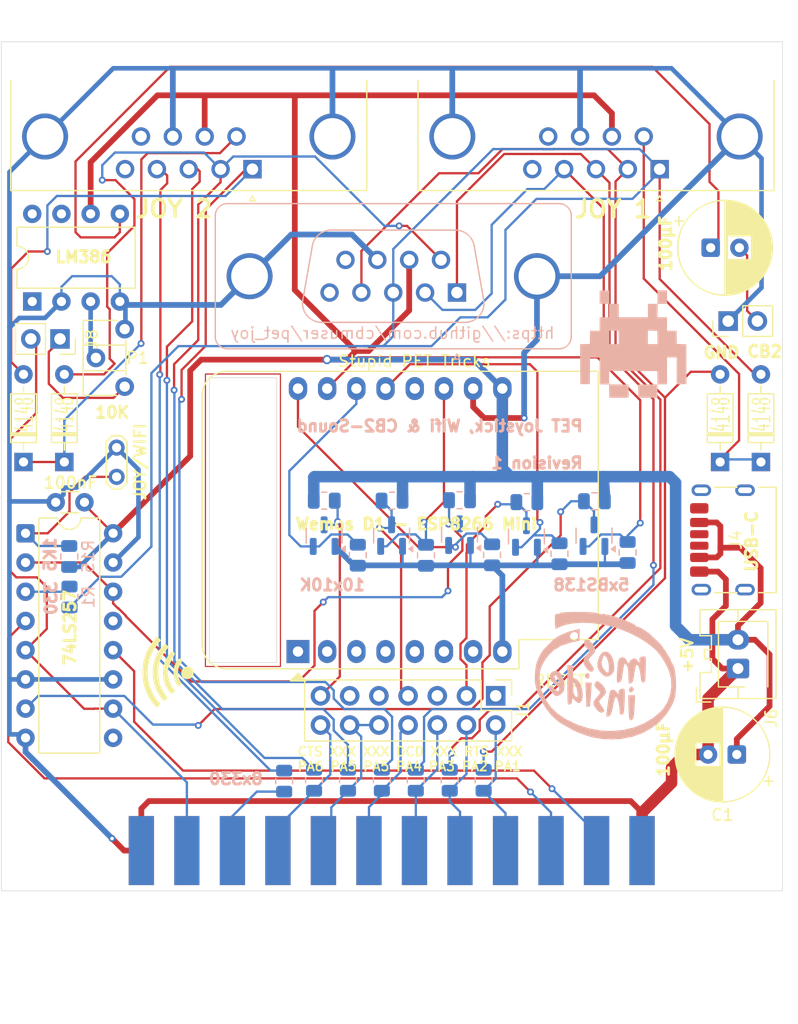
<source format=kicad_pcb>
(kicad_pcb (version 20241229) (generator "pcbnew") (generator_version "9.0")
  (layers (0 "F.Cu" signal) (2 "B.Cu" signal) (13 "F.Paste" user) (15 "B.Paste" user) (5 "F.SilkS" user "F.Silkscreen") (7 "B.SilkS" user "B.Silkscreen") (1 "F.Mask" user) (3 "B.Mask" user) (25 "Edge.Cuts" user))
  (net 0 "")
  (net 1 "GND")
  (net 2 "Net-(D1-K)")
  (net 3 "VCC")
  (net 4 "Net-(D3-A)")
  (net 5 "Net-(D3-K)")
  (net 8 "Net-(J3-Pad4)")
  (net 10 "Net-(J3-Pad3)")
  (net 11 "Net-(JP2-B)")
  (net 13 "Net-(U2-I1a)")
  (net 14 "PA3")
  (net 15 "SOUND")
  (net 16 "MODEM_TX")
  (net 17 "MODEM_RX")
  (net 19 "VDD")
  (net 24 "RX")
  (net 25 "TX")
  (net 26 "PA2")
  (net 32 "PA1")
  (net 33 "PA0")
  (net 34 "PA5")
  (net 35 "CB2")
  (net 37 "PA4")
  (net 38 "CA1")
  (net 41 "PA6")
  (net 42 "PA7")
  (net 49 "CTS_H")
  (net 50 "DCD_H")
  (net 52 "RTS_H")
  (net 53 "CTS")
  (net 54 "RTS")
  (net 55 "DCD")
  (net 66 "_PA1")
  (net 67 "_PA0")
  (net 68 "_PA5")
  (net 69 "_PA2")
  (net 70 "_PA3")
  (net 74 "Net-(C3-Pad1)")
  (net 75 "Net-(J7-Pin_2)")
  (net 76 "Net-(U1-+)")
  (net 77 "Net-(J8-Pin_1)")
  (footprint "Connector_USB:USB_C_Receptacle_HRO_TYPE-C-31-M-17" (layer "F.Cu") (at 132.14 104.5 90)
    (property "Reference" "J4")
    (property "Value" "USB_C_Receptacle_PowerOnly_6P" (hide yes))
  )
  (footprint "Diode_THT:D_DO-35_SOD27_P7.62mm_Horizontal" (layer "F.Cu") (at 70.175 97.725 90)
    (property "Reference" "D3" (hide yes))
    (property "Value" "1N4148" (hide yes))
  )
  (footprint "Diode_THT:D_DO-35_SOD27_P7.62mm_Horizontal" (layer "F.Cu") (at 130.775 97.725 90)
    (property "Reference" "D1" (hide yes))
    (property "Value" "1N4148" (hide yes))
  )
  (footprint "Diode_THT:D_DO-35_SOD27_P7.62mm_Horizontal" (layer "F.Cu") (at 73.725 97.725 90)
    (property "Reference" "D4" (hide yes))
    (property "Value" "1N4148" (hide yes))
  )
  (footprint "Package_DIP:DIP-8_W7.62mm" (layer "F.Cu") (at 70.935 83.775 90)
    (property "Reference" "U1" (hide yes))
    (property "Value" "LM386")
  )
  (footprint "MountingHole:MountingHole_3.2mm_M3" (layer "F.Cu") (at 132.65 130.875)
    (property "Reference" "H2" (hide yes))
    (property "Value" "MountingHole" (hide yes))
  )
  (footprint "Diode_THT:D_DO-35_SOD27_P7.62mm_Horizontal" (layer "F.Cu") (at 134.325 97.725 90)
    (property "Reference" "D2" (hide yes))
    (property "Value" "1N4148" (hide yes))
  )
  (footprint "Capacitor_THT:CP_Radial_D8.0mm_P2.50mm" (layer "F.Cu") (at 132.225 123.15 180)
    (property "Reference" "C1")
    (property "Value" "C_Polarized")
  )
  (footprint "Connector_JST:JST_XA_B02B-XASK-1-A_1x02_P2.50mm_Vertical" (layer "F.Cu") (at 132.325 115.675 90)
    (property "Reference" "J6")
    (property "Value" "POWER")
  )
  (footprint "Connector_PinSocket_2.54mm:PinSocket_1x02_P2.54mm_Vertical" (layer "F.Cu") (at 73.35 87.025 -90)
    (property "Reference" "J8")
    (property "Value" "CB2" (hide yes))
  )
  (footprint "Capacitor_THT:C_Disc_D3.0mm_W1.6mm_P2.50mm" (layer "F.Cu") (at 75.475 101.225 180)
    (property "Reference" "C2" (hide yes))
    (property "Value" "C_Small" (hide yes))
  )
  (footprint "MountingHole:MountingHole_3.2mm_M3" (layer "F.Cu") (at 71.825 130.9)
    (property "Reference" "H1" (hide yes))
    (property "Value" "MountingHole" (hide yes))
  )
  (footprint "TestPoint:TestPoint_2Pads_Pitch2.54mm_Drill0.8mm" (layer "F.Cu") (at 78.275 96.475 -90)
    (property "Reference" "JP2" (hide yes))
    (property "Value" "Jumper_2_Open" (hide yes))
  )
  (footprint "Connector_PinHeader_2.54mm:PinHeader_1x02_P2.54mm_Vertical" (layer "F.Cu") (at 131.475 85.475 90)
    (property "Reference" "J7" (hide yes))
    (property "Value" "CB2" (hide yes))
  )
  (footprint "Potentiometer_THT:Potentiometer_Piher_PT-6-H_Horizontal" (layer "F.Cu") (at 78.975 91.175 180)
    (property "Reference" "P1")
    (property "Value" "R_Potentiometer_Trim")
  )
  (footprint "Package_DIP:DIP-16_W7.62mm" (layer "F.Cu") (at 70.35 103.92)
    (property "Reference" "U2" (hide yes))
    (property "Value" "74LS157" (hide yes))
  )
  (footprint "Connector_Dsub:DSUB-9_Male_Horizontal_P2.77x2.84mm_EdgePinOffset4.94mm_Housed_MountingHolesOffset4.94mm" (layer "F.Cu") (at 90.09 72.270331 180)
    (property "Reference" "J3" (hide yes))
    (property "Value" "Joystick 2")
  )
  (footprint "Hackup_Commodore:C64-User-Port-Female" (layer "F.Cu") (at 102.205 134.5)
    (property "Reference" "U3" (hide yes))
    (property "Value" "~")
  )
  (footprint "LOGO" (layer "F.Cu") (at 82.75 115.975 90)
    (property "Reference" "G***" (hide yes))
    (property "Value" "LOGO" (hide yes))
  )
  (footprint "Capacitor_THT:CP_Radial_D8.0mm_P2.50mm" (layer "F.Cu") (at 129.95 79.1)
    (property "Reference" "C3" (hide yes))
    (property "Value" "220µF" (hide yes))
  )
  (footprint "Connector_PinHeader_2.54mm:PinHeader_2x07_P2.54mm_Vertical" (layer "F.Cu") (at 111.25 118.05 -90)
    (property "Reference" "J1")
    (property "Value" "Conn_02x07_Odd_Even" (hide yes))
  )
  (footprint "Connector_Dsub:DSUB-9_Male_Horizontal_P2.77x2.84mm_EdgePinOffset4.94mm_Housed_MountingHolesOffset4.94mm" (layer "F.Cu") (at 125.515 72.270331 180)
    (property "Reference" "J2" (hide yes))
    (property "Value" "Joystick 1")
  )
  (footprint "RF_Module:WEMOS_D1_mini_light" (layer "F.Cu") (at 94.05 114.2 90)
    (property "Reference" "U4" (hide yes))
    (property "Value" "WEMOS_D1_mini" (hide yes))
  )
  (footprint "Package_TO_SOT_SMD:SOT-23" (layer "B.Cu") (at 102.195 104.1175 90)
    (property "Reference" "Q7" (hide yes))
    (property "Value" "BSS138" (hide yes))
  )
  (footprint "Resistor_SMD:R_0805_2012Metric" (layer "B.Cu") (at 96.3375 101.0875)
    (property "Reference" "R13" (hide yes))
    (property "Value" "R" (hide yes))
  )
  (footprint "Resistor_SMD:R_0805_2012Metric" (layer "B.Cu") (at 119.8375 101.1375 180)
    (property "Reference" "R9" (hide yes))
    (property "Value" "R" (hide yes))
  )
  (footprint "Resistor_SMD:R_0805_2012Metric" (layer "B.Cu") (at 108.1075 101.0475 180)
    (property "Reference" "R11" (hide yes))
    (property "Value" "R")
  )
  (footprint "Package_TO_SOT_SMD:SOT-23" (layer "B.Cu") (at 96.325 104.125 90)
    (property "Reference" "Q5" (hide yes))
    (property "Value" "BSS138" (hide yes))
  )
  (footprint "Resistor_SMD:R_0805_2012Metric" (layer "B.Cu") (at 99.255 105.825 90)
    (property "Reference" "R14" (hide yes))
    (property "Value" "R")
  )
  (footprint "Package_TO_SOT_SMD:SOT-23" (layer "B.Cu") (at 113.925 104.2 90)
    (property "Reference" "Q6" (hide yes))
    (property "Value" "BSS138" (hide yes))
  )
  (footprint "Resistor_SMD:R_0805_2012Metric" (layer "B.Cu") (at 110.935 105.795 90)
    (property "Reference" "R12" (hide yes))
    (property "Value" "R")
  )
  (footprint "Resistor_SMD:R_0805_2012Metric" (layer "B.Cu") (at 92.85 125.4625 -90)
    (property "Reference" "R8" (hide yes))
    (property "Value" "330")
  )
  (footprint "Connector_Dsub:DSUB-9_Female_Vertical_P2.77x2.84mm_MountingHoles" (layer "B.Cu") (at 107.88 82.995)
    (property "Reference" "J5" (hide yes))
    (property "Value" "Joystick 1" (hide yes))
  )
  (footprint "Resistor_SMD:R_0805_2012Metric" (layer "B.Cu") (at 102.235 101.0875 180)
    (property "Reference" "R21" (hide yes))
    (property "Value" "R")
  )
  (footprint "Resistor_SMD:R_0805_2012Metric" (layer "B.Cu") (at 101.35 125.3875 -90)
    (property "Reference" "R5" (hide yes))
    (property "Value" "330")
  )
  (footprint "Resistor_SMD:R_0805_2012Metric" (layer "B.Cu") (at 122.725 105.5875 90)
    (property "Reference" "R10" (hide yes))
    (property "Value" "R" (hide yes))
  )
  (footprint "Resistor_SMD:R_0805_2012Metric" (layer "B.Cu") (at 104.3 125.3875 -90)
    (property "Reference" "R4" (hide yes))
    (property "Value" "330")
  )
  (footprint "Resistor_SMD:R_0805_2012Metric" (layer "B.Cu") (at 116.8 105.7 90)
    (property "Reference" "R20" (hide yes))
    (property "Value" "R" (hide yes))
  )
  (footprint "Resistor_SMD:R_0805_2012Metric" (layer "B.Cu") (at 74.175 109.4625 90)
    (property "Reference" "R1")
    (property "Value" "330")
  )
  (footprint "Resistor_SMD:R_0805_2012Metric" (layer "B.Cu") (at 107.25 125.3875 -90)
    (property "Reference" "R3" (hide yes))
    (property "Value" "330")
  )
  (footprint "Resistor_SMD:R_0805_2012Metric" (layer "B.Cu") (at 110.2 125.3875 -90)
    (property "Reference" "R2" (hide yes))
    (property "Value" "330")
  )
  (footprint "Resistor_SMD:R_0805_2012Metric" (layer "B.Cu") (at 105.185 105.835 90)
    (property "Reference" "R22" (hide yes))
    (property "Value" "R")
  )
  (footprint "LOGO" (layer "B.Cu") (at 123.225 87.475 180)
    (property "Reference" "G***" (hide yes))
    (property "Value" "LOGO" (hide yes))
  )
  (footprint "Logo:GMP" (layer "B.Cu") (at 120.761643 116.310477 180)
    (property "Reference" "G***" (hide yes))
    (property "Value" "LOGO" (hide yes))
  )
  (footprint "Resistor_SMD:R_0805_2012Metric" (layer "B.Cu") (at 98.4 125.3875 -90)
    (property "Reference" "R6" (hide yes))
    (property "Value" "330")
  )
  (footprint "Package_TO_SOT_SMD:SOT-23" (layer "B.Cu") (at 119.8 104.125 90)
    (property "Reference" "Q3" (hide yes))
    (property "Value" "BSS138" (hide yes))
  )
  (footprint "Package_TO_SOT_SMD:SOT-23" (layer "B.Cu") (at 108.105 104.04 90)
    (property "Reference" "Q4" (hide yes))
    (property "Value" "BSS138" (hide yes))
  )
  (footprint "Resistor_SMD:R_0805_2012Metric" (layer "B.Cu") (at 95.45 125.3875 -90)
    (property "Reference" "R7" (hide yes))
    (property "Value" "330")
  )
  (footprint "Resistor_SMD:R_0805_2012Metric" (layer "B.Cu") (at 113.9625 101.2125 180)
    (property "Reference" "R19" (hide yes))
    (property "Value" "R" (hide yes))
  )
  (footprint "Resistor_SMD:R_0805_2012Metric" (layer "B.Cu") (at 74.155 105.9375 90)
    (property "Reference" "R15")
    (property "Value" "2K")
  )
  (gr_rect (start 86 90.075) (end 92.525 115.5) (stroke (width 0.1)) (fill no) (layer "F.Cu"))
  (gr_line (start 68.25 135) (end 68.25 61.2) (stroke (width 0.05)) (layer "Edge.Cuts"))
  (gr_line (start 136.2 135) (end 136.2 61.2) (stroke (width 0.05)) (layer "Edge.Cuts"))
  (gr_line (start 68.25 61.2) (end 136.2 61.2) (stroke (width 0.05)) (layer "Edge.Cuts"))
  (gr_rect (start 86.35 90.4) (end 92.2 115.15) (stroke (width 0.05)) (fill no) (layer "Edge.Cuts"))
  (gr_line (start 68.25 135) (end 136.2 135) (stroke (width 0.05)) (layer "Edge.Cuts"))
  (gr_text "USB-C" (at 134.1 107.4 90) (layer "F.SilkS") (effects (font (size 1 1) (thickness 0.25) (bold yes)) (justify left bottom)))
  (gr_text "JOY 2" (at 79.8 76.6 0) (layer "F.SilkS") (effects (font (size 1.5 1.5) (thickness 0.3) (bold yes)) (justify left bottom)))
  (gr_text "JOY 1" (at 117.975 76.625 0) (layer "F.SilkS") (effects (font (size 1.5 1.5) (thickness 0.3) (bold yes)) (justify left bottom)))
  (gr_text "100µF" (at 126.425 125.225 90) (layer "F.SilkS") (effects (font (size 1 1) (thickness 0.25) (bold yes)) (justify left bottom)))
  (gr_text "LM386" (at 72.825 80.475 0) (layer "F.SilkS") (effects (font (size 1 1) (thickness 0.25) (bold yes)) (justify left bottom)))
  (gr_text "4148" (at 74.625 95.2 90) (layer "F.SilkS") (effects (font (size 1.5 0.8) (thickness 0.125)) (justify left bottom)))
  (gr_text "Wemos D1 - ESP8266 Mini" (at 93.7 103.7 0) (layer "F.SilkS") (effects (font (size 1 1) (thickness 0.25) (bold yes)) (justify left bottom)))
  (gr_text "CTS XXX XXX DCD XXX RTS XXX\nPA6 PA5 PA5 PA4 PA3 PA2 PA1" (at 93.925 124.65 0) (layer "F.SilkS") (effects (font (size 0.8 0.8)) (justify left bottom)))
  (gr_text "4148" (at 135.275 95.2 90) (layer "F.SilkS") (effects (font (size 1.5 0.8) (thickness 0.125)) (justify left bottom)))
  (gr_text "100µF" (at 126.625 81.275 90) (layer "F.SilkS") (effects (font (size 1 1) (thickness 0.25) (bold yes)) (justify left bottom)))
  (gr_text "CB2" (at 133 88.7 0) (layer "F.SilkS") (effects (font (size 1 1) (thickness 0.25) (bold yes)) (justify left bottom)))
  (gr_text "JOY/WIFI " (at 80.9 101.175 90) (layer "F.SilkS") (effects (font (size 1 1) (thickness 0.2) (bold yes)) (justify left bottom)))
  (gr_text "10K" (at 76.275 94 0) (layer "F.SilkS") (effects (font (size 1 1) (thickness 0.25) (bold yes)) (justify left bottom)))
  (gr_text "Stupid PET Tricks" (at 97.475 89.55 0) (layer "F.SilkS") (effects (font (size 1 1)) (justify left bottom)))
  (gr_text "+5V" (at 128.5 116.2 90) (layer "F.SilkS") (effects (font (size 1 1) (thickness 0.2) (bold yes)) (justify left bottom)))
  (gr_text "4148" (at 131.725 95.2 90) (layer "F.SilkS") (effects (font (size 1.5 0.8) (thickness 0.125)) (justify left bottom)))
  (gr_text "100nF" (at 71.825 100.1 0) (layer "F.SilkS") (effects (font (size 1 1) (thickness 0.1875)) (justify left bottom)))
  (gr_text "RESET" (at 114.475 117.325 0) (layer "F.SilkS") (effects (font (size 1 1)) (justify left bottom)))
  (gr_text "74LS257" (at 74.8 115.55 90) (layer "F.SilkS") (effects (font (size 1 1) (thickness 0.25) (bold yes)) (justify left bottom)))
  (gr_text "GND" (at 129.2 88.8 0) (layer "F.SilkS") (effects (font (size 1 1) (thickness 0.25) (bold yes)) (justify left bottom)))
  (gr_text "4148" (at 71.125 95.2 90) (layer "F.SilkS") (effects (font (size 1.5 0.8) (thickness 0.125)) (justify left bottom)))
  (gr_text "330" (at 73.15 107.975 90) (layer "B.SilkS") (effects (font (size 1 1) (thickness 0.25) (bold yes)) (justify left bottom mirror)))
  (gr_text "https://github.com/cbmuser/pet_joy" (at 116.45 87.1 0) (layer "B.SilkS") (effects (font (size 1 1) (thickness 0.125)) (justify left bottom mirror)))
  (gr_text "PET Joystick, Wifi & CB2-Sound\n\nRevision 1" (at 118.95 98.4 0) (layer "B.SilkS") (effects (font (size 1 1) (thickness 0.25) (bold yes)) (justify left bottom mirror)))
  (gr_text "1K5\n" (at 73.075 104.15 90) (layer "B.SilkS") (effects (font (size 1 1) (thickness 0.25) (bold yes)) (justify left bottom mirror)))
  (gr_text "5xBS138" (at 123.025 109 0) (layer "B.SilkS") (effects (font (size 1 1) (thickness 0.25) (bold yes)) (justify left bottom mirror)))
  (gr_text "10x10K" (at 100 109 0) (layer "B.SilkS") (effects (font (size 1 1) (thickness 0.25) (bold yes)) (justify left bottom mirror)))
  (gr_text "8x330" (at 91.125 125.85 0) (layer "B.SilkS") (effects (font (size 1 1) (thickness 0.25) (bold yes)) (justify left bottom mirror)))
  (segment (start 126.55 125.625) (end 126.55 124.3) (width 1) (layer "F.Cu") (net 1))
  (segment (start 113.725 93.9) (end 110.25 93.9) (width 0.5) (layer "F.Cu") (net 1))
  (segment (start 131.275 110.225) (end 130.1 111.4) (width 0.5) (layer "F.Cu") (net 1))
  (segment (start 78.925 131.5) (end 77.875 130.45) (width 0.5) (layer "F.Cu") (net 1))
  (segment (start 123.985 128.19) (end 122.995 127.2) (width 0.5) (layer "F.Cu") (net 1))
  (segment (start 81.075 127.2) (end 80.425 127.85) (width 0.5) (layer "F.Cu") (net 1))
  (segment (start 130.1 111.4) (end 130.1 114.825) (width 0.5) (layer "F.Cu") (net 1))
  (segment (start 80.425 127.85) (end 80.425 131.5) (width 0.5) (layer "F.Cu") (net 1))
  (segment (start 129.725 123.15) (end 129.725 118.275) (width 1) (layer "F.Cu") (net 1))
  (segment (start 110.25 93.9) (end 109.29 92.94) (width 0.5) (layer "F.Cu") (net 1))
  (segment (start 130.1 114.825) (end 130.95 115.675) (width 0.5) (layer "F.Cu") (net 1))
  (segment (start 123.985 131.5) (end 123.985 128.19) (width 1) (layer "F.Cu") (net 1))
  (segment (start 127.7 123.15) (end 129.725 123.15) (width 1) (layer "F.Cu") (net 1))
  (segment (start 129.725 118.275) (end 132.325 115.675) (width 1) (layer "F.Cu") (net 1))
  (segment (start 130.95 115.675) (end 132.325 115.675) (width 0.5) (layer "F.Cu") (net 1))
  (segment (start 123.985 128.19) (end 126.55 125.625) (width 1) (layer "F.Cu") (net 1))
  (segment (start 126.55 124.3) (end 127.7 123.15) (width 1) (layer "F.Cu") (net 1))
  (segment (start 128.96 107.25) (end 130.6 107.25) (width 0.5) (layer "F.Cu") (net 1))
  (segment (start 131.275 107.925) (end 131.275 110.225) (width 0.5) (layer "F.Cu") (net 1))
  (segment (start 80.425 131.5) (end 78.925 131.5) (width 0.5) (layer "F.Cu") (net 1))
  (segment (start 122.995 127.2) (end 81.075 127.2) (width 0.5) (layer "F.Cu") (net 1))
  (segment (start 130.6 107.25) (end 131.275 107.925) (width 0.5) (layer "F.Cu") (net 1))
  (segment (start 109.29 92.94) (end 109.29 91.34) (width 0.5) (layer "F.Cu") (net 1))
  (via (at 113.725 93.9) (size 0.6) (drill 0.3) (layers "F.Cu" "B.Cu") (net 1))
  (via (at 77.875 130.45) (size 0.6) (drill 0.3) (layers "F.Cu" "B.Cu") (net 1))
  (segment (start 78.555 83.775) (end 78.555 82.28) (width 0.2) (layer "B.Cu") (net 1))
  (segment (start 73.475 82.5) (end 73.475 83.775) (width 0.2) (layer "B.Cu") (net 1))
  (segment (start 68.971 116.62) (end 68.951 116.6) (width 0.4) (layer "B.Cu") (net 1))
  (segment (start 113.725 88.225) (end 113.725 93.9) (width 0.5) (layer "B.Cu") (net 1))
  (segment (start 78.555 83.775) (end 78.85 84.07) (width 0.5) (layer "B.Cu") (net 1))
  (segment (start 114.84 81.575) (end 120.330331 81.575) (width 0.5) (layer "B.Cu") (net 1))
  (segment (start 134.375 82.575) (end 131.475 85.475) (width 0.4) (layer "B.Cu") (net 1))
  (segment (start 79.04 84.26) (end 78.555 83.775) (width 0.2) (layer "B.Cu") (net 1))
  (segment (start 134.375 71.330331) (end 134.375 82.575) (width 0.4) (layer "B.Cu") (net 1))
  (segment (start 87.345 84.07) (end 89.84 81.575) (width 0.5) (layer "B.Cu") (net 1))
  (segment (start 70.35 116.62) (end 77.97 116.62) (width 0.4) (layer "B.Cu") (net 1))
  (segment (start 68.951 86.059) (end 68.951 72.529331) (width 0.4) (layer "B.Cu") (net 1))
  (segment (start 120.330331 81.575) (end 132.475 69.430331) (width 0.5) (layer "B.Cu") (net 1))
  (segment (start 68.951 101.125) (end 68.951 116.6) (width 0.4) (layer "B.Cu") (net 1))
  (segment (start 70.35 116.62) (end 68.971 116.62) (width 0.4) (layer "B.Cu") (net 1))
  (segment (start 68.951 86.059) (end 69.81 85.2) (width 0.4) (layer "B.Cu") (net 1))
  (segment (start 98.75 77.95) (end 93.465 77.95) (width 0.5) (layer "B.Cu") (net 1))
  (segment (start 126.544669 63.5) (end 132.475 69.430331) (width 0.4) (layer "B.Cu") (net 1))
  (segment (start 107.475 69.430331) (end 107.475 63.8) (width 0.5) (layer "B.Cu") (net 1))
  (segment (start 68.951 121.4) (end 70.05 121.4) (width 0.4) (layer "B.Cu") (net 1))
  (segment (start 69.81 85.2) (end 72.05 85.2) (width 0.4) (layer "B.Cu") (net 1))
  (segment (start 73.651 99.949) (end 73.651 100.549) (width 0.4) (layer "B.Cu") (net 1))
  (segment (start 78.555 82.28) (end 77.85 81.575) (width 0.2) (layer "B.Cu") (net 1))
  (segment (start 134.375 71.330331) (end 132.475 69.430331) (width 0.4) (layer "B.Cu") (net 1))
  (segment (start 118.59 69.430331) (end 118.59 63.79) (width 0.5) (layer "B.Cu") (net 1))
  (segment (start 74.801 99.949) (end 78.275 96.475) (width 0.4) (layer "B.Cu") (net 1))
  (segment (start 74.4 81.575) (end 73.475 82.5) (width 0.2) (layer "B.Cu") (net 1))
  (segment (start 68.951 72.529331) (end 72.05 69.430331) (width 0.4) (layer "B.Cu") (net 1))
  (segment (start 77.980331 63.5) (end 97.15 63.5) (width 0.4) (layer "B.Cu") (net 1))
  (segment (start 79.04 86.285) (end 79.04 84.26) (width 0.4) (layer "B.Cu") (net 1))
  (segment (start 73.651 99.949) (end 74.801 99.949) (width 0.4) (layer "B.Cu") (net 1))
  (segment (start 77.97 106.46) (end 80.175 104.255) (width 0.4) (layer "B.Cu") (net 1))
  (segment (start 68.976 101.15) (end 68.951 101.125) (width 0.4) (layer "B.Cu") (net 1))
  (segment (start 68.951 116.6) (end 68.951 121.4) (width 0.4) (layer "B.Cu") (net 1))
  (segment (start 100.955 80.155) (end 98.75 77.95) (width 0.5) (layer "B.Cu") (net 1))
  (segment (start 83.165 69.430331) (end 83.165 63.775) (width 0.5) (layer "B.Cu") (net 1))
  (segment (start 72.05 85.2) (end 73.475 83.775) (width 0.4) (layer "B.Cu") (net 1))
  (segment (start 72.05 69.430331) (end 77.980331 63.5) (width 0.4) (layer "B.Cu") (net 1))
  (segment (start 70.05 121.4) (end 70.35 121.7) (width 0.4) (layer "B.Cu") (net 1))
  (segment (start 114.84 87.11) (end 114.84 81.575) (width 0.5) (layer "B.Cu") (net 1))
  (segment (start 97.15 63.5) (end 126.544669 63.5) (width 0.4) (layer "B.Cu") (net 1))
  (segment (start 68.951 86.059) (end 68.951 101.125) (width 0.4) (layer "B.Cu") (net 1))
  (segment (start 78.85 84.07) (end 87.345 84.07) (width 0.5) (layer "B.Cu") (net 1))
  (segment (start 73.651 100.549) (end 72.975 101.225) (width 0.4) (layer "B.Cu") (net 1))
  (segment (start 77.85 81.575) (end 74.4 81.575) (width 0.2) (layer "B.Cu") (net 1))
  (segment (start 80.175 104.255) (end 80.175 98.375) (width 0.4) (layer "B.Cu") (net 1))
  (segment (start 72.9 101.15) (end 68.976 101.15) (width 0.4) (layer "B.Cu") (net 1))
  (segment (start 97.05 69.430331) (end 97.05 63.6) (width 0.5) (layer "B.Cu") (net 1))
  (segment (start 113.725 88.225) (end 114.84 87.11) (width 0.5) (layer "B.Cu") (net 1))
  (segment (start 72.9 101.15) (end 72.975 101.225) (width 0.4) (layer "B.Cu") (net 1))
  (segment (start 80.175 98.375) (end 78.275 96.475) (width 0.4) (layer "B.Cu") (net 1))
  (segment (start 77.875 130.45) (end 70.35 122.925) (width 0.5) (layer "B.Cu") (net 1))
  (segment (start 70.35 122.925) (end 70.35 121.7) (width 0.5) (layer "B.Cu") (net 1))
  (segment (start 93.465 77.95) (end 89.84 81.575) (width 0.5) (layer "B.Cu") (net 1))
  (segment (start 132.425 90.075) (end 124.13 81.78) (width 0.2) (layer "F.Cu") (net 2))
  (segment (start 124.13 81.78) (end 124.13 69.430331) (width 0.2) (layer "F.Cu") (net 2))
  (segment (start 132.425 95.85) (end 132.425 90.075) (width 0.2) (layer "F.Cu") (net 2))
  (segment (start 130.775 97.5) (end 132.425 95.85) (width 0.2) (layer "F.Cu") (net 2))
  (segment (start 130.775 97.5) (end 134.325 97.5) (width 0.2) (layer "B.Cu") (net 2))
  (segment (start 130.48 102.98) (end 130.8 103.3) (width 0.5) (layer "F.Cu") (net 3))
  (segment (start 76.015 71.66) (end 81.825 65.85) (width 0.5) (layer "F.Cu") (net 3))
  (segment (start 132.225 121.8) (end 135.075 118.95) (width 0.5) (layer "F.Cu") (net 3))
  (segment (start 100.201 88.074) (end 103.725 84.55) (width 0.5) (layer "F.Cu") (net 3))
  (segment (start 85.935 65.935) (end 85.935 69.430331) (width 0.5) (layer "F.Cu") (net 3))
  (segment (start 75.475 101.425) (end 75.475 101.225) (width 0.2) (layer "F.Cu") (net 3))
  (segment (start 99.076768 88.074) (end 93.775 82.772232) (width 0.5) (layer "F.Cu") (net 3))
  (segment (start 133.8 113.175) (end 132.325 113.175) (width 0.5) (layer "F.Cu") (net 3))
  (segment (start 132.525 105.175) (end 130.8 105.175) (width 0.5) (layer "F.Cu") (net 3))
  (segment (start 128.96 102.98) (end 130.48 102.98) (width 0.5) (layer "F.Cu") (net 3))
  (segment (start 77.97 103.92) (end 75.475 101.425) (width 0.2) (layer "F.Cu") (net 3))
  (segment (start 93.775 82.772232) (end 93.775 65.85) (width 0.5) (layer "F.Cu") (net 3))
  (segment (start 130.8 103.3) (end 130.8 105.175) (width 0.5) (layer "F.Cu") (net 3))
  (segment (start 134.3 109.975) (end 134.3 106.95) (width 0.5) (layer "F.Cu") (net 3))
  (segment (start 98.325768 88.825) (end 99.076768 88.074) (width 0.5) (layer "F.Cu") (net 3))
  (segment (start 132.325 113.175) (end 132.325 111.95) (width 0.5) (layer "F.Cu") (net 3))
  (segment (start 96.575 88.825) (end 98.325768 88.825) (width 0.5) (layer "F.Cu") (net 3))
  (segment (start 85.85 65.85) (end 93.775 65.85) (width 0.5) (layer "F.Cu") (net 3))
  (segment (start 121.36 67.41) (end 121.36 69.430331) (width 0.5) (layer "F.Cu") (net 3))
  (segment (start 84.676 97.214) (end 84.676 89.774) (width 0.5) (layer "F.Cu") (net 3))
  (segment (start 135.075 118.95) (end 135.075 114.45) (width 0.5) (layer "F.Cu") (net 3))
  (segment (start 85.935 69.89) (end 85.935 69.430331) (width 0.2) (layer "F.Cu") (net 3))
  (segment (start 135.075 114.45) (end 133.8 113.175) (width 0.5) (layer "F.Cu") (net 3))
  (segment (start 81.825 65.85) (end 85.85 65.85) (width 0.5) (layer "F.Cu") (net 3))
  (segment (start 103.725 84.55) (end 103.725 80.155) (width 0.5) (layer "F.Cu") (net 3))
  (segment (start 119.8 65.85) (end 121.36 67.41) (width 0.5) (layer "F.Cu") (net 3))
  (segment (start 99.076768 88.074) (end 100.201 88.074) (width 0.5) (layer "F.Cu") (net 3))
  (segment (start 85.85 65.85) (end 85.935 65.935) (width 0.5) (layer "F.Cu") (net 3))
  (segment (start 85.625 88.825) (end 96.575 88.825) (width 0.5) (layer "F.Cu") (net 3))
  (segment (start 77.97 103.92) (end 84.676 97.214) (width 0.5) (layer "F.Cu") (net 3))
  (segment (start 93.775 65.85) (end 104.104331 65.85) (width 0.5) (layer "F.Cu") (net 3))
  (segment (start 76.015 76.155) (end 76.015 71.66) (width 0.5) (layer "F.Cu") (net 3))
  (segment (start 130.48 106.02) (end 128.96 106.02) (width 0.5) (layer "F.Cu") (net 3))
  (segment (start 132.225 123.15) (end 132.225 121.8) (width 0.5) (layer "F.Cu") (net 3))
  (segment (start 130.8 105.7) (end 130.48 106.02) (width 0.5) (layer "F.Cu") (net 3))
  (segment (start 84.676 89.774) (end 85.625 88.825) (width 0.5) (layer "F.Cu") (net 3))
  (segment (start 130.8 105.175) (end 130.8 105.7) (width 0.5) (layer "F.Cu") (net 3))
  (segment (start 104.104331 65.85) (end 119.8 65.85) (width 0.5) (layer "F.Cu") (net 3))
  (segment (start 134.3 106.95) (end 132.525 105.175) (width 0.5) (layer "F.Cu") (net 3))
  (segment (start 132.325 111.95) (end 134.3 109.975) (width 0.5) (layer "F.Cu") (net 3))
  (via (at 96.575 88.825) (size 0.8) (drill 0.5) (layers "F.Cu" "B.Cu") (net 3))
  (segment (start 109.315 88.825) (end 111.83 91.34) (width 0.5) (layer "B.Cu") (net 3))
  (segment (start 75.04 106.85) (end 77.97 103.92) (width 0.4) (layer "B.Cu") (net 3))
  (segment (start 109.25 99) (end 95.475 99) (width 1) (layer "B.Cu") (net 3))
  (segment (start 126.9 111.975) (end 128.1 113.175) (width 1) (layer "B.Cu") (net 3))
  (segment (start 114.875 99.05) (end 114.875 101.2125) (width 1) (layer "B.Cu") (net 3))
  (segment (start 120.6 99) (end 126.375 99) (width 1) (layer "B.Cu") (net 3))
  (segment (start 112.525 99) (end 109.25 99) (width 1) (layer "B.Cu") (net 3))
  (segment (start 95.475 99) (end 95.425 99.05) (width 1) (layer "B.Cu") (net 3))
  (segment (start 111.83 91.34) (end 111.83 98.305) (width 1) (layer "B.Cu") (net 3))
  (segment (start 96.575 88.825) (end 109.315 88.825) (width 0.5) (layer "B.Cu") (net 3))
  (segment (start 120.6 99) (end 120.75 101.1375) (width 1) (layer "B.Cu") (net 3))
  (segment (start 120.6 99) (end 115.55 99) (width 1) (layer "B.Cu") (net 3))
  (segment (start 115.55 99) (end 114.925 99) (width 1) (layer "B.Cu") (net 3))
  (segment (start 111.83 98.305) (end 112.525 99) (width 1) (layer "B.Cu") (net 3))
  (segment (start 95.425 99.05) (end 95.425 101.0875) (width 1) (layer "B.Cu") (net 3))
  (segment (start 74.155 106.85) (end 75.04 106.85) (width 0.4) (layer "B.Cu") (net 3))
  (segment (start 114.925 99) (end 112.525 99) (width 1) (layer "B.Cu") (net 3))
  (segment (start 128.1 113.175) (end 132.325 113.175) (width 1) (layer "B.Cu") (net 3))
  (segment (start 109.02 101.0475) (end 109.02 99.23) (width 1) (layer "B.Cu") (net 3))
  (segment (start 126.375 99) (end 126.9 99.525) (width 1) (layer "B.Cu") (net 3))
  (segment (start 103.1475 101.0875) (end 103.1475 99.5525) (width 1) (layer "B.Cu") (net 3))
  (segment (start 126.9 99.525) (end 126.9 111.975) (width 1) (layer "B.Cu") (net 3))
  (segment (start 109.02 99.23) (end 109.25 99) (width 1) (layer "B.Cu") (net 3))
  (segment (start 114.925 99) (end 114.875 99.05) (width 1) (layer "B.Cu") (net 3))
  (segment (start 86.025 87.625) (end 86.025 75.775) (width 0.2) (layer "F.Cu") (net 4))
  (segment (start 89.529669 72.270331) (end 90.09 72.270331) (width 0.2) (layer "F.Cu") (net 4))
  (segment (start 70.6 79.425) (end 72.25 79.425) (width 0.2) (layer "F.Cu") (net 4))
  (segment (start 83.925 89.725) (end 86.025 87.625) (width 0.2) (layer "F.Cu") (net 4))
  (segment (start 86.025 75.775) (end 89.529669 72.270331) (width 0.2) (layer "F.Cu") (net 4))
  (segment (start 83.925 92.275) (end 83.925 89.725) (width 0.2) (layer "F.Cu") (net 4))
  (segment (start 70.175 90.105) (end 69.1 89.03) (width 0.2) (layer "F.Cu") (net 4))
  (segment (start 69.1 89.03) (end 69.1 80.925) (width 0.2) (layer "F.Cu") (net 4))
  (segment (start 69.1 80.925) (end 70.6 79.425) (width 0.2) (layer "F.Cu") (net 4))
  (via (at 72.25 79.425) (size 0.6) (drill 0.3) (layers "F.Cu" "B.Cu") (net 4))
  (via (at 83.925 92.275) (size 0.6) (drill 0.3) (layers "F.Cu" "B.Cu") (net 4))
  (segment (start 97.161 117.57324) (end 96.43776 116.85) (width 0.2) (layer "B.Cu") (net 4))
  (segment (start 102.241 123.584) (end 102.241 119.87524) (width 0.2) (layer "B.Cu") (net 4))
  (segment (start 97.161 118.28876) (end 97.161 117.57324) (width 0.2) (layer "B.Cu") (net 4))
  (segment (start 96.43776 116.85) (end 85.725 116.85) (width 0.2) (layer "B.Cu") (net 4))
  (segment (start 101.56676 119.201) (end 98.07324 119.201) (width 0.2) (layer "B.Cu") (net 4))
  (segment (start 85.725 116.85) (end 85.6763 116.85) (width 0.2) (layer "B.Cu") (net 4))
  (segment (start 73.075 74.6) (end 72.25 75.425) (width 0.2) (layer "B.Cu") (net 4))
  (segment (start 90.09 72.270331) (end 87.760331 74.6) (width 0.2) (layer "B.Cu") (net 4))
  (segment (start 83.73815 92.46185) (end 83.925 92.275) (width 0.2) (layer "B.Cu") (net 4))
  (segment (start 83.73815 114.91185) (end 83.73815 92.46185) (width 0.2) (layer "B.Cu") (net 4))
  (segment (start 102.241 119.87524) (end 101.56676 119.201) (width 0.2) (layer "B.Cu") (net 4))
  (segment (start 101.35 124.475) (end 102.241 123.584) (width 0.2) (layer "B.Cu") (net 4))
  (segment (start 85.6763 116.85) (end 83.73815 114.91185) (width 0.2) (layer "B.Cu") (net 4))
  (segment (start 98.07324 119.201) (end 97.161 118.28876) (width 0.2) (layer "B.Cu") (net 4))
  (segment (start 87.760331 74.6) (end 73.075 74.6) (width 0.2) (layer "B.Cu") (net 4))
  (segment (start 72.25 75.425) (end 72.25 79.425) (width 0.2) (layer "B.Cu") (net 4))
  (segment (start 80.975 70.875) (end 87.260331 70.875) (width 0.2) (layer "F.Cu") (net 5))
  (segment (start 80.4 87.425) (end 80.425 87.1) (width 0.2) (layer "F.Cu") (net 5))
  (segment (start 80.425 71.425) (end 80.975 70.875) (width 0.2) (layer "F.Cu") (net 5))
  (segment (start 80.425 87.1) (end 80.425 71.425) (width 0.2) (layer "F.Cu") (net 5))
  (segment (start 70.175 97.725) (end 73.725 97.725) (width 0.2) (layer "F.Cu") (net 5))
  (segment (start 87.260331 70.875) (end 88.705 69.430331) (width 0.2) (layer "F.Cu") (net 5))
  (via (at 80.4 87.425) (size 0.6) (drill 0.3) (layers "F.Cu" "B.Cu") (net 5))
  (segment (start 80.4 87.425) (end 73.725 94.1) (width 0.2) (layer "B.Cu") (net 5))
  (segment (start 73.725 94.1) (end 73.725 97.725) (width 0.2) (layer "B.Cu") (net 5))
  (segment (start 82.025 90.125) (end 82.08 90.07) (width 0.2) (layer "F.Cu") (net 8))
  (segment (start 82.120331 72.270331) (end 81.78 72.270331) (width 0.2) (layer "F.Cu") (net 8))
  (segment (start 82.675 73.5) (end 82.675 72.825) (width 0.2) (layer "F.Cu") (net 8))
  (segment (start 82.08 74.095) (end 82.675 73.5) (width 0.2) (layer "F.Cu") (net 8))
  (segment (start 82.675 72.825) (end 82.120331 72.270331) (width 0.2) (layer "F.Cu") (net 8))
  (segment (start 82.08 90.07) (end 82.08 74.095) (width 0.2) (layer "F.Cu") (net 8))
  (via (at 82.025 90.125) (size 0.6) (drill 0.3) (layers "F.Cu" "B.Cu") (net 8))
  (segment (start 82.025 114.9) (end 82.025 90.125) (width 0.2) (layer "B.Cu") (net 8))
  (segment (start 91.675 124.55) (end 82.025 114.9) (width 0.2) (layer "B.Cu") (net 8))
  (segment (start 92.85 124.55) (end 91.675 124.55) (width 0.2) (layer "B.Cu") (net 8))
  (segment (start 84.85 85.5) (end 84.85 74) (width 0.2) (layer "F.Cu") (net 10))
  (segment (start 82.65 87.7) (end 84.85 85.5) (width 0.2) (layer "F.Cu") (net 10))
  (segment (start 85.5 73.35) (end 85.5 72.45) (width 0.2) (layer "F.Cu") (net 10))
  (segment (start 85.320331 72.270331) (end 84.55 72.270331) (width 0.2) (layer "F.Cu") (net 10))
  (segment (start 82.65 90.625) (end 82.65 87.7) (width 0.2) (layer "F.Cu") (net 10))
  (segment (start 85.5 72.45) (end 85.320331 72.270331) (width 0.2) (layer "F.Cu") (net 10))
  (segment (start 84.85 74) (end 85.5 73.35) (width 0.2) (layer "F.Cu") (net 10))
  (via (at 82.65 90.625) (size 0.6) (drill 0.3) (layers "F.Cu" "B.Cu") (net 10))
  (segment (start 94.425 123.45) (end 95.45 124.475) (width 0.2) (layer "B.Cu") (net 10))
  (segment (start 82.65 114.9579) (end 91.1421 123.45) (width 0.2) (layer "B.Cu") (net 10))
  (segment (start 91.1421 123.45) (end 94.425 123.45) (width 0.2) (layer "B.Cu") (net 10))
  (segment (start 82.65 90.625) (end 82.65 114.9579) (width 0.2) (layer "B.Cu") (net 10))
  (segment (start 74.175 102.025) (end 74.175 100.36795) (width 0.2) (layer "F.Cu") (net 11))
  (segment (start 72.28 103.92) (end 74.175 102.025) (width 0.2) (layer "F.Cu") (net 11))
  (segment (start 74.175 100.36795) (end 75.52795 99.015) (width 0.2) (layer "F.Cu") (net 11))
  (segment (start 75.52795 99.015) (end 78.275 99.015) (width 0.2) (layer "F.Cu") (net 11))
  (segment (start 70.35 103.92) (end 72.28 103.92) (width 0.2) (layer "F.Cu") (net 11))
  (segment (start 71.455 105.025) (end 70.35 103.92) (width 0.2) (layer "B.Cu") (net 11))
  (segment (start 74.155 105.025) (end 71.455 105.025) (width 0.2) (layer "B.Cu") (net 11))
  (segment (start 70.35 109) (end 73.725 109) (width 0.2) (layer "B.Cu") (net 13))
  (segment (start 73.725 109) (end 74.175 108.55) (width 0.2) (layer "B.Cu") (net 13))
  (segment (start 106.17 124.43) (end 106.17 120.59) (width 0.2) (layer "B.Cu") (net 14))
  (segment (start 104.3 126.3) (end 104.3 131.385) (width 0.2) (layer "B.Cu") (net 14))
  (segment (start 104.3 131.385) (end 104.185 131.5) (width 0.2) (layer "B.Cu") (net 14))
  (segment (start 104.3 126.3) (end 106.17 124.43) (width 0.2) (layer "B.Cu") (net 14))
  (segment (start 108.351 105.424) (end 108.351 104.326) (width 0.2) (layer "F.Cu") (net 16))
  (segment (start 77.97 110.02) (end 78.389 110.439) (width 0.2) (layer "F.Cu") (net 16))
  (segment (start 70.35 106.46) (end 75.43 106.46) (width 0.2) (layer "F.Cu") (net 16))
  (segment (start 78.42605 110.439) (end 79.071 111.08395) (width 0.2) (layer "F.Cu") (net 16))
  (segment (start 84.75 116.8) (end 94.100001 116.8) (width 0.2) (layer "F.Cu") (net 16))
  (segment (start 107.1 108.925) (end 107.1 106.675) (width 0.2) (layer "F.Cu") (net 16))
  (segment (start 79.071 111.08395) (end 79.071 111.121) (width 0.2) (layer "F.Cu") (net 16))
  (segment (start 107.1 106.675) (end 108.351 105.424) (width 0.2) (layer "F.Cu") (net 16))
  (segment (start 94.100001 116.8) (end 95.489 115.411001) (width 0.2) (layer "F.Cu") (net 16))
  (segment (start 78.389 110.439) (end 78.42605 110.439) (width 0.2) (layer "F.Cu") (net 16))
  (segment (start 95.489 115.411001) (end 95.489 110.661) (width 0.2) (layer "F.Cu") (net 16))
  (segment (start 77.97 109) (end 77.97 110.02) (width 0.2) (layer "F.Cu") (net 16))
  (segment (start 108.351 104.326) (end 107.15 103.125) (width 0.2) (layer "F.Cu") (net 16))
  (segment (start 75.43 106.46) (end 77.97 109) (width 0.2) (layer "F.Cu") (net 16))
  (segment (start 79.071 111.121) (end 84.75 116.8) (width 0.2) (layer "F.Cu") (net 16))
  (segment (start 95.489 110.661) (end 96.25 109.9) (width 0.2) (layer "F.Cu") (net 16))
  (via (at 107.15 103.125) (size 0.6) (drill 0.3) (layers "F.Cu" "B.Cu") (net 16))
  (via (at 107.1 108.925) (size 0.6) (drill 0.3) (layers "F.Cu" "B.Cu") (net 16))
  (via (at 96.25 109.9) (size 0.6) (drill 0.3) (layers "F.Cu" "B.Cu") (net 16))
  (segment (start 96.25 109.9) (end 96.675 109.475) (width 0.2) (layer "B.Cu") (net 16))
  (segment (start 108.0825 103.125) (end 108.105 103.1025) (width 0.2) (layer "B.Cu") (net 16))
  (segment (start 106.575 109.475) (end 107.1 108.95) (width 0.2) (layer "B.Cu") (net 16))
  (segment (start 107.15 103.125) (end 108.0825 103.125) (width 0.2) (layer "B.Cu") (net 16))
  (segment (start 107.1 108.95) (end 107.1 108.925) (width 0.2) (layer "B.Cu") (net 16))
  (segment (start 107.15 103.125) (end 107.195 103.08) (width 0.2) (layer "B.Cu") (net 16))
  (segment (start 96.675 109.475) (end 106.575 109.475) (width 0.2) (layer "B.Cu") (net 16))
  (segment (start 107.195 103.08) (end 107.195 101.0475) (width 0.2) (layer "B.Cu") (net 16))
  (segment (start 116.9 102.05) (end 116.9 101.875) (width 0.2) (layer "F.Cu") (net 17))
  (segment (start 110.099 118.28876) (end 110.099 115.148049) (width 0.2) (layer "F.Cu") (net 17))
  (segment (start 86.799 119.201) (end 109.18676 119.201) (width 0.2) (layer "F.Cu") (net 17))
  (segment (start 110.729 114.518049) (end 110.729 110.270943) (width 0.2) (layer "F.Cu") (net 17))
  (segment (start 110.729 110.270943) (end 116.9 104.099943) (width 0.2) (layer "F.Cu") (net 17))
  (segment (start 85.375 120.625) (end 86.799 119.201) (width 0.2) (layer "F.Cu") (net 17))
  (segment (start 110.099 115.148049) (end 110.729 114.518049) (width 0.2) (layer "F.Cu") (net 17))
  (segment (start 116.9 104.099943) (end 116.9 102.05) (width 0.2) (layer "F.Cu") (net 17))
  (segment (start 109.18676 119.201) (end 110.099 118.28876) (width 0.2) (layer "F.Cu") (net 17))
  (via (at 85.375 120.625) (size 0.6) (drill 0.3) (layers "F.Cu" "B.Cu") (net 17))
  (via (at 116.9 102.05) (size 0.6) (drill 0.3) (layers "F.Cu" "B.Cu") (net 17))
  (segment (start 70.35 119.16) (end 71.451 118.059) (width 0.2) (layer "B.Cu") (net 17))
  (segment (start 116.9 102.05) (end 117.8125 101.1375) (width 0.2) (layer "B.Cu") (net 17))
  (segment (start 85.299 120.549) (end 85.375 120.625) (width 0.2) (layer "B.Cu") (net 17))
  (segment (start 117.8125 101.1375) (end 118.925 101.1375) (width 0.2) (layer "B.Cu") (net 17))
  (segment (start 119.8 102.0125) (end 118.925 101.1375) (width 0.2) (layer "B.Cu") (net 17))
  (segment (start 119.8 103.1875) (end 119.8 102.0125) (width 0.2) (layer "B.Cu") (net 17))
  (segment (start 78.947 118.059) (end 81.437 120.549) (width 0.2) (layer "B.Cu") (net 17))
  (segment (start 81.437 120.549) (end 85.299 120.549) (width 0.2) (layer "B.Cu") (net 17))
  (segment (start 71.451 118.059) (end 78.947 118.059) (width 0.2) (layer "B.Cu") (net 17))
  (segment (start 97.275 105.0625) (end 98.95 106.7375) (width 0.5) (layer "B.Cu") (net 19))
  (segment (start 114.875 105.1375) (end 114.875 106.6825) (width 0.2) (layer "B.Cu") (net 19))
  (segment (start 114.85 106.7075) (end 116.705 106.7075) (width 0.5) (layer "B.Cu") (net 19))
  (segment (start 116.8 106.6125) (end 120.8 106.6125) (width 0.5) (layer "B.Cu") (net 19))
  (segment (start 103.1 106.7075) (end 99.285 106.7075) (width 0.5) (layer "B.Cu") (net 19))
  (segment (start 103.145 105.055) (end 103.145 106.6625) (width 0.2) (layer "B.Cu") (net 19))
  (segment (start 116.705 106.7075) (end 116.8 106.6125) (width 0.8) (layer "B.Cu") (net 19))
  (segment (start 114.85 106.7075) (end 110.935 106.7075) (width 0.5) (layer "B.Cu") (net 19))
  (segment (start 114.875 106.6825) (end 114.85 106.7075) (width 0.2) (layer "B.Cu") (net 19))
  (segment (start 98.95 106.7375) (end 99.255 106.7375) (width 0.8) (layer "B.Cu") (net 19))
  (segment (start 111.83 107.6025) (end 110.935 106.7075) (width 0.5) (layer "B.Cu") (net 19))
  (segment (start 110.935 106.7075) (end 109 106.7075) (width 0.5) (layer "B.Cu") (net 19))
  (segment (start 99.285 106.7075) (end 99.255 106.7375) (width 0.8) (layer "B.Cu") (net 19))
  (segment (start 120.75 105.0625) (end 120.75 106.5625) (width 0.2) (layer "B.Cu") (net 19))
  (segment (start 109.055 104.9775) (end 109.055 106.6525) (width 0.2) (layer "B.Cu") (net 19))
  (segment (start 120.8 106.6125) (end 122.6125 106.6125) (width 0.5) (layer "B.Cu") (net 19))
  (segment (start 109 106.7075) (end 103.1 106.7075) (width 0.5) (layer "B.Cu") (net 19))
  (segment (start 122.6125 106.6125) (end 122.725 106.5) (width 0.8) (layer "B.Cu") (net 19))
  (segment (start 111.83 114.2) (end 111.83 107.6025) (width 0.5) (layer "B.Cu") (net 19))
  (segment (start 120.75 106.5625) (end 120.8 106.6125) (width 0.2) (layer "B.Cu") (net 19))
  (segment (start 123.825 92.35) (end 123.825 103.025) (width 0.2) (layer "F.Cu") (net 24))
  (segment (start 99.305 88.625) (end 107.05 88.625) (width 0.2) (layer "F.Cu") (net 24))
  (segment (start 96.59 91.34) (end 99.305 88.625) (width 0.2) (layer "F.Cu") (net 24))
  (segment (start 107.05 88.625) (end 120.1 88.625) (width 0.2) (layer "F.Cu") (net 24))
  (segment (start 120.1 88.625) (end 123.425 91.95) (width 0.2) (layer "F.Cu") (net 24))
  (segment (start 123.425 91.95) (end 123.825 92.35) (width 0.2) (layer "F.Cu") (net 24))
  (via (at 123.825 103.025) (size 0.6) (drill 0.3) (layers "F.Cu" "B.Cu") (net 24))
  (segment (start 119.370532 105.0625) (end 120.409032 104.024) (width 0.2) (layer "B.Cu") (net 24))
  (segment (start 123.825 103.025) (end 122.725 104.125) (width 0.2) (layer "B.Cu") (net 24))
  (segment (start 122.725 104.125) (end 122.725 104.675) (width 0.2) (layer "B.Cu") (net 24))
  (segment (start 118.85 105.0625) (end 119.370532 105.0625) (width 0.2) (layer "B.Cu") (net 24))
  (segment (start 120.409032 104.024) (end 122.074 104.024) (width 0.2) (layer "B.Cu") (net 24))
  (segment (start 122.074 104.024) (end 122.725 104.675) (width 0.2) (layer "B.Cu") (net 24))
  (segment (start 122.725 104.675) (end 122.2375 104.675) (width 0.2) (layer "B.Cu") (net 24))
  (segment (start 107.75 105.125) (end 104.525 105.125) (width 0.2) (layer "F.Cu") (net 25))
  (segment (start 94.05 94.65) (end 94.05 91.34) (width 0.2) (layer "F.Cu") (net 25))
  (segment (start 104.525 105.125) (end 94.05 94.65) (width 0.2) (layer "F.Cu") (net 25))
  (via (at 107.75 105.125) (size 0.6) (drill 0.3) (layers "F.Cu" "B.Cu") (net 25))
  (segment (start 107.3025 105.125) (end 107.155 104.9775) (width 0.2) (layer "B.Cu") (net 25))
  (segment (start 109.9915 103.939) (end 110.935 104.8825) (width 0.2) (layer "B.Cu") (net 25))
  (segment (start 107.155 104.9775) (end 107.675532 104.9775) (width 0.2) (layer "B.Cu") (net 25))
  (segment (start 107.75 105.125) (end 107.3025 105.125) (width 0.2) (layer "B.Cu") (net 25))
  (segment (start 108.714032 103.939) (end 109.9915 103.939) (width 0.2) (layer "B.Cu") (net 25))
  (segment (start 107.675532 104.9775) (end 108.714032 103.939) (width 0.2) (layer "B.Cu") (net 25))
  (segment (start 108.71 124.84) (end 108.71 120.59) (width 0.2) (layer "B.Cu") (net 26))
  (segment (start 107.25 126.3) (end 107.25 127.225) (width 0.2) (layer "B.Cu") (net 26))
  (segment (start 107.25 127.225) (end 108.145 128.12) (width 0.2) (layer "B.Cu") (net 26))
  (segment (start 107.25 126.3) (end 108.71 124.84) (width 0.2) (layer "B.Cu") (net 26))
  (segment (start 108.145 128.12) (end 108.145 131.5) (width 0.2) (layer "B.Cu") (net 26))
  (segment (start 110.2 126.35) (end 112.105 128.255) (width 0.2) (layer "B.Cu") (net 32))
  (segment (start 111.25 125.25) (end 111.25 120.59) (width 0.2) (layer "B.Cu") (net 32))
  (segment (start 110.2 126.3) (end 111.25 125.25) (width 0.2) (layer "B.Cu") (net 32))
  (segment (start 112.105 128.255) (end 112.105 131.5) (width 0.2) (layer "B.Cu") (net 32))
  (segment (start 110.2 126.3) (end 110.2 126.35) (width 0.2) (layer "B.Cu") (net 32))
  (segment (start 72 125.225) (end 68.851 122.076) (width 0.2) (layer "F.Cu") (net 33))
  (segment (start 68.851 122.076) (end 68.851 113.039) (width 0.2) (layer "F.Cu") (net 33))
  (segment (start 113.1 125.225) (end 72 125.225) (width 0.2) (layer "F.Cu") (net 33))
  (segment (start 114.275 126.4) (end 113.1 125.225) (width 0.2) (layer "F.Cu") (net 33))
  (segment (start 68.851 113.039) (end 70.35 111.54) (width 0.2) (layer "F.Cu") (net 33))
  (via (at 114.275 126.4) (size 0.6) (drill 0.3) (layers "F.Cu" "B.Cu") (net 33))
  (segment (start 116.065 128.19) (end 116.065 131.5) (width 0.2) (layer "B.Cu") (net 33))
  (segment (start 114.275 126.4) (end 116.065 128.19) (width 0.2) (layer "B.Cu") (net 33))
  (segment (start 101.09 120.59) (end 98.55 120.59) (width 0.2) (layer "B.Cu") (net 34))
  (segment (start 96.95 130.815) (end 96.265 131.5) (width 0.5) (layer "B.Cu") (net 34))
  (segment (start 98.4 126.3) (end 96.95 127.75) (width 0.2) (layer "B.Cu") (net 34))
  (segment (start 99.551 125.149) (end 99.551 121.591) (width 0.2) (layer "B.Cu") (net 34))
  (segment (start 98.4 126.3) (end 99.551 125.149) (width 0.2) (layer "B.Cu") (net 34))
  (segment (start 96.95 127.75) (end 96.95 130.815) (width 0.2) (layer "B.Cu") (net 34))
  (segment (start 99.551 121.591) (end 98.55 120.59) (width 0.2) (layer "B.Cu") (net 34))
  (segment (start 71.276 93.474) (end 71.276 87.491) (width 0.2) (layer "F.Cu") (net 35))
  (segment (start 69.55 107.75) (end 68.875 107.075) (width 0.2) (layer "F.Cu") (net 35))
  (segment (start 71.276 87.491) (end 70.81 87.025) (width 0.2) (layer "F.Cu") (net 35))
  (segment (start 68.875 107.075) (end 68.875 95.875) (width 0.2) (layer "F.Cu") (net 35))
  (segment (start 76.325 119.175) (end 76.34 119.16) (width 0.2) (layer "F.Cu") (net 35))
  (segment (start 68.875 95.875) (end 71.276 93.474) (width 0.2) (layer "F.Cu") (net 35))
  (segment (start 75.445 119.175) (end 76.325 119.175) (width 0.2) (layer "F.Cu") (net 35))
  (segment (start 70.35 114.08) (end 72.2 112.23) (width 0.2) (layer "F.Cu") (net 35))
  (segment (start 70.35 114.08) (end 75.445 119.175) (width 0.2) (layer "F.Cu") (net 35))
  (segment (start 71.35 107.75) (end 69.55 107.75) (width 0.2) (layer "F.Cu") (net 35))
  (segment (start 76.34 119.16) (end 77.97 119.16) (width 0.2) (layer "F.Cu") (net 35))
  (segment (start 72.2 108.6) (end 71.35 107.75) (width 0.2) (layer "F.Cu") (net 35))
  (segment (start 72.2 112.23) (end 72.2 108.6) (width 0.2) (layer "F.Cu") (net 35))
  (segment (start 84.385 125.575) (end 77.97 119.16) (width 0.2) (layer "B.Cu") (net 35))
  (segment (start 84.385 131.5) (end 84.385 125.575) (width 0.2) (layer "B.Cu") (net 35))
  (segment (start 101.35 126.3) (end 102.975 124.675) (width 0.2) (layer "B.Cu") (net 37))
  (segment (start 102.975 121.245) (end 103.63 120.59) (width 0.2) (layer "B.Cu") (net 37))
  (segment (start 101.35 126.3) (end 101.35 126.6) (width 0.5) (layer "B.Cu") (net 37))
  (segment (start 101.35 126.6) (end 100.225 127.725) (width 0.2) (layer "B.Cu") (net 37))
  (segment (start 100.225 127.725) (end 100.225 131.5) (width 0.2) (layer "B.Cu") (net 37))
  (segment (start 102.975 124.675) (end 102.975 121.245) (width 0.2) (layer "B.Cu") (net 37))
  (segment (start 114.575 124.55) (end 84.05 124.55) (width 0.2) (layer "F.Cu") (net 38))
  (segment (start 84.05 124.55) (end 79.8 120.3) (width 0.2) (layer "F.Cu") (net 38))
  (segment (start 79.8 120.3) (end 79.8 115.91) (width 0.2) (layer "F.Cu") (net 38))
  (segment (start 116.15 126.125) (end 114.575 124.55) (width 0.2) (layer "F.Cu") (net 38))
  (segment (start 79.8 115.91) (end 77.97 114.08) (width 0.2) (layer "F.Cu") (net 38))
  (via (at 116.15 126.125) (size 0.6) (drill 0.3) (layers "F.Cu" "B.Cu") (net 38))
  (segment (start 120.025 130) (end 116.15 126.125) (width 0.2) (layer "B.Cu") (net 38))
  (segment (start 120.025 131.5) (end 120.025 130) (width 0.2) (layer "B.Cu") (net 38))
  (segment (start 96.86 121.44) (end 96.01 120.59) (width 0.2) (layer "B.Cu") (net 41))
  (segment (start 96.86 124.89) (end 96.86 121.44) (width 0.2) (layer "B.Cu") (net 41))
  (segment (start 92.305 131.5) (end 92.305 129.445) (width 0.2) (layer "B.Cu") (net 41))
  (segment (start 95.45 126.3) (end 96.86 124.89) (width 0.2) (layer "B.Cu") (net 41))
  (segment (start 92.305 129.445) (end 95.45 126.3) (width 0.2) (layer "B.Cu") (net 41))
  (segment (start 90.475 126.375) (end 92.85 126.375) (width 0.2) (layer "B.Cu") (net 42))
  (segment (start 88.345 131.5) (end 88.345 128.505) (width 0.2) (layer "B.Cu") (net 42))
  (segment (start 88.345 128.505) (end 90.475 126.375) (width 0.2) (layer "B.Cu") (net 42))
  (segment (start 96.01 118.05) (end 97.691 116.369) (width 0.2) (layer "F.Cu") (net 49))
  (segment (start 97.691 103.091) (end 97.5 102.9) (width 0.2) (layer "F.Cu") (net 49))
  (segment (start 97.691 116.369) (end 97.691 103.091) (width 0.2) (layer "F.Cu") (net 49))
  (via (at 97.5 102.9) (size 0.6) (drill 0.3) (layers "F.Cu" "B.Cu") (net 49))
  (segment (start 97.5 101.3375) (end 97.25 101.0875) (width 0.2) (layer "B.Cu") (net 49))
  (segment (start 97.5 102.9) (end 97.5 101.3375) (width 0.2) (layer "B.Cu") (net 49))
  (segment (start 97.2125 103.1875) (end 97.5 102.9) (width 0.2) (layer "B.Cu") (net 49))
  (segment (start 96.325 103.1875) (end 97.2125 103.1875) (width 0.2) (layer "B.Cu") (net 49))
  (segment (start 103.024 117.444) (end 103.024 105.349) (width 0.2) (layer "F.Cu") (net 50))
  (segment (start 101.1375 103.4625) (end 101.125 103.45) (width 0.2) (layer "F.Cu") (net 50))
  (segment (start 103.024 105.349) (end 101.1375 103.4625) (width 0.2) (layer "F.Cu") (net 50))
  (segment (start 103.63 118.05) (end 103.024 117.444) (width 0.2) (layer "F.Cu") (net 50))
  (via (at 101.1375 103.4625) (size 0.6) (drill 0.3) (layers "F.Cu" "B.Cu") (net 50))
  (segment (start 102.195 101.96) (end 101.3225 101.0875) (width 0.2) (layer "B.Cu") (net 50))
  (segment (start 101.9125 103.4625) (end 102.195 103.18) (width 0.2) (layer "B.Cu") (net 50))
  (segment (start 102.195 103.18) (end 102.195 101.96) (width 0.2) (layer "B.Cu") (net 50))
  (segment (start 101.1375 103.4625) (end 101.9125 103.4625) (width 0.2) (layer "B.Cu") (net 50))
  (segment (start 108.752 105.5901) (end 108.752 104.898) (width 0.2) (layer "F.Cu") (net 52))
  (segment (start 108.189 113.543951) (end 108.71 113.022951) (width 0.2) (layer "F.Cu") (net 52))
  (segment (start 108.189 114.856049) (end 108.189 113.543951) (width 0.2) (layer "F.Cu") (net 52))
  (segment (start 108.71 113.022951) (end 108.71 105.6321) (width 0.2) (layer "F.Cu") (net 52))
  (segment (start 110.391 102.434) (end 111.425 101.4) (width 0.2) (layer "F.Cu") (net 52))
  (segment (start 108.71 115.377049) (end 108.189 114.856049) (width 0.2) (layer "F.Cu") (net 52))
  (segment (start 108.752 104.898) (end 110.391 103.259) (width 0.2) (layer "F.Cu") (net 52))
  (segment (start 108.71 105.6321) (end 108.752 105.5901) (width 0.2) (layer "F.Cu") (net 52))
  (segment (start 110.391 103.259) (end 110.391 102.434) (width 0.2) (layer "F.Cu") (net 52))
  (segment (start 108.71 118.05) (end 108.71 115.377049) (width 0.2) (layer "F.Cu") (net 52))
  (via (at 111.425 101.4) (size 0.6) (drill 0.3) (layers "F.Cu" "B.Cu") (net 52))
  (segment (start 113.925 102.0875) (end 113.05 101.2125) (width 0.2) (layer "B.Cu") (net 52))
  (segment (start 113.925 103.2625) (end 113.925 102.0875) (width 0.2) (layer "B.Cu") (net 52))
  (segment (start 112.8625 101.4) (end 113.05 101.2125) (width 0.2) (layer "B.Cu") (net 52))
  (segment (start 111.425 101.4) (end 112.8625 101.4) (width 0.2) (layer "B.Cu") (net 52))
  (segment (start 99.13 91.34) (end 99.13 92.67) (width 0.2) (layer "B.Cu") (net 53))
  (segment (start 95.895532 105.0625) (end 96.934032 104.024) (width 0.2) (layer "B.Cu") (net 53))
  (segment (start 95.375 105.0625) (end 95.895532 105.0625) (width 0.2) (layer "B.Cu") (net 53))
  (segment (start 93.3 98.5) (end 93.3 104.075) (width 0.2) (layer "B.Cu") (net 53))
  (segment (start 93.3 104.075) (end 94.2875 105.0625) (width 0.2) (layer "B.Cu") (net 53))
  (segment (start 94.2875 105.0625) (end 95.375 105.0625) (width 0.2) (layer "B.Cu") (net 53))
  (segment (start 96.934032 104.024) (end 98.3665 104.024) (width 0.2) (layer "B.Cu") (net 53))
  (segment (start 99.13 92.67) (end 93.3 98.5) (width 0.2) (layer "B.Cu") (net 53))
  (segment (start 98.3665 104.024) (end 99.255 104.9125) (width 0.2) (layer "B.Cu") (net 53))
  (segment (start 101.67 91.34) (end 103.785 89.225) (width 0.2) (layer "F.Cu") (net 54))
  (segment (start 114.875 89.875) (end 114.875 102.75) (width 0.2) (layer "F.Cu") (net 54))
  (segment (start 103.785 89.225) (end 109.875 89.225) (width 0.2) (layer "F.Cu") (net 54))
  (segment (start 109.875 89.225) (end 114.225 89.225) (width 0.2) (layer "F.Cu") (net 54))
  (segment (start 114.225 89.225) (end 114.875 89.875) (width 0.2) (layer "F.Cu") (net 54))
  (segment (start 114.875 102.75) (end 115.1 102.975) (width 0.2) (layer "F.Cu") (net 54))
  (via (at 115.1 102.975) (size 0.6) (drill 0.3) (layers "F.Cu" "B.Cu") (net 54))
  (segment (start 114.534032 104.099) (end 116.1115 104.099) (width 0.2) (layer "B.Cu") (net 54))
  (segment (start 116.1115 104.099) (end 116.8 104.7875) (width 0.2) (layer "B.Cu") (net 54))
  (segment (start 115.1 103.533032) (end 114.534032 104.099) (width 0.2) (layer "B.Cu") (net 54))
  (segment (start 115.1 102.975) (end 115.1 103.533032) (width 0.2) (layer "B.Cu") (net 54))
  (segment (start 113.495532 105.1375) (end 114.534032 104.099) (width 0.2) (layer "B.Cu") (net 54))
  (segment (start 112.975 105.1375) (end 113.495532 105.1375) (width 0.2) (layer "B.Cu") (net 54))
  (segment (start 106.75 101.2) (end 105.025 102.925) (width 0.2) (layer "F.Cu") (net 55))
  (segment (start 106.75 91.34) (end 106.75 101.2) (width 0.2) (layer "F.Cu") (net 55))
  (via (at 105.025 102.925) (size 0.6) (drill 0.3) (layers "F.Cu" "B.Cu") (net 55))
  (segment (start 101.765532 105.055) (end 102.804032 104.0165) (width 0.2) (layer "B.Cu") (net 55))
  (segment (start 102.804032 104.0165) (end 104.279 104.0165) (width 0.2) (layer "B.Cu") (net 55))
  (segment (start 105.025 102.925) (end 105.185 103.085) (width 0.2) (layer "B.Cu") (net 55))
  (segment (start 101.245 105.055) (end 101.765532 105.055) (width 0.2) (layer "B.Cu") (net 55))
  (segment (start 105.185 103.085) (end 105.185 104.9225) (width 0.2) (layer "B.Cu") (net 55))
  (segment (start 104.279 104.0165) (end 105.185 104.9225) (width 0.2) (layer "B.Cu") (net 55))
  (segment (start 121.675 73.340331) (end 122.745 72.270331) (width 0.2) (layer "F.Cu") (net 66))
  (segment (start 125.977 107.823) (end 125.977 92.1349) (width 0.2) (layer "F.Cu") (net 66))
  (segment (start 121.675 87.8329) (end 121.675 73.340331) (width 0.2) (layer "F.Cu") (net 66))
  (segment (start 115.36395 70.531331) (end 116.27605 70.531331) (width 0.2) (layer "F.Cu") (net 66))
  (segment (start 109.75 72.625) (end 111.85 70.525) (width 0.2) (layer "F.Cu") (net 66))
  (segment (start 119.052381 70.525) (end 120.999669 70.525) (width 0.2) (layer "F.Cu") (net 66))
  (segment (start 125.977 92.1349) (end 121.675 87.8329) (width 0.2) (layer "F.Cu") (net 66))
  (segment (start 111.85 70.525) (end 115.357619 70.525) (width 0.2) (layer "F.Cu") (net 66))
  (segment (start 119.04605 70.531331) (end 119.052381 70.525) (width 0.2) (layer "F.Cu") (net 66))
  (segment (start 99.57 79.38) (end 106.325 72.625) (width 0.2) (layer "F.Cu") (net 66))
  (segment (start 118.127619 70.525) (end 118.13395 70.531331) (width 0.2) (layer "F.Cu") (net 66))
  (segment (start 128.2319 89.88) (end 125.977 92.1349) (width 0.2) (layer "F.Cu") (net 66))
  (segment (start 116.282381 70.525) (end 118.127619 70.525) (width 0.2) (layer "F.Cu") (net 66))
  (segment (start 99.57 82.995) (end 99.57 79.38) (width 0.2) (layer "F.Cu") (net 66))
  (segment (start 110.175 122.9) (end 110.9 122.9) (width 0.2) (layer "F.Cu") (net 66))
  (segment (start 116.27605 70.531331) (end 116.282381 70.525) (width 0.2) (layer "F.Cu") (net 66))
  (segment (start 115.357619 70.525) (end 115.36395 70.531331) (width 0.2) (layer "F.Cu") (net 66))
  (segment (start 110.9 122.9) (end 125.977 107.823) (width 0.2) (layer "F.Cu") (net 66))
  (segment (start 130.775 89.88) (end 128.2319 89.88) (width 0.2) (layer "F.Cu") (net 66))
  (segment (start 120.999669 70.525) (end 122.745 72.270331) (width 0.2) (layer "F.Cu") (net 66))
  (segment (start 118.13395 70.531331) (end 119.04605 70.531331) (width 0.2) (layer "F.Cu") (net 66))
  (segment (start 106.325 72.625) (end 109.75 72.625) (width 0.2) (layer "F.Cu") (net 66))
  (via (at 110.175 122.9) (size 0.6) (drill 0.3) (layers "F.Cu" "B.Cu") (net 66))
  (segment (start 110.2 122.925) (end 110.175 122.9) (width 0.2) (layer "B.Cu") (net 66))
  (segment (start 110.2 124.475) (end 110.2 122.925) (width 0.2) (layer "B.Cu") (net 66))
  (segment (start 125.515 81.817) (end 125.515 72.270331) (width 0.2) (layer "F.Cu") (net 67))
  (segment (start 134.325 90.105) (end 133.803 90.105) (width 0.2) (layer "F.Cu") (net 67))
  (segment (start 133.803 90.105) (end 125.515 81.817) (width 0.2) (layer "F.Cu") (net 67))
  (segment (start 115.357619 70.525) (end 115.36395 70.531331) (width 0.2) (layer "B.Cu") (net 67))
  (segment (start 102.34 82.995) (end 102.34 86.785) (width 0.2) (layer "B.Cu") (net 67))
  (segment (start 102.34 79.21) (end 111.025 70.525) (width 0.2) (layer "B.Cu") (net 67))
  (segment (start 123.769669 70.525) (end 125.515 72.270331) (width 0.2) (layer "B.Cu") (net 67))
  (segment (start 114.8 74.85) (end 123.15 74.85) (width 0.2) (layer "B.Cu") (net 67))
  (segment (start 118.127619 70.525) (end 118.13395 70.531331) (width 0.2) (layer "B.Cu") (net 67))
  (segment (start 119.04605 70.531331) (end 119.052381 70.525) (width 0.2) (layer "B.Cu") (net 67))
  (segment (start 99.8 87.651) (end 105.674 87.651) (width 0.2) (layer "B.Cu") (net 67))
  (segment (start 121.81605 70.531331) (end 121.822381 70.525) (width 0.2) (layer "B.Cu") (net 67))
  (segment (start 120.90395 70.531331) (end 121.81605 70.531331) (width 0.2) (layer "B.Cu") (net 67))
  (segment (start 108.175 85.15) (end 110.55 85.15) (width 0.2) (layer "B.Cu") (net 67))
  (segment (start 102.34 86.785) (end 101.474 87.651) (width 0.2) (layer "B.Cu") (net 67))
  (segment (start 101.474 87.651) (end 99.8 87.651) (width 0.2) (layer "B.Cu") (net 67))
  (segment (start 105.674 87.651) (end 108.175 85.15) (width 0.2) (layer "B.Cu") (net 67))
  (segment (start 112.1 83.6) (end 112.1 77.55) (width 0.2) (layer "B.Cu") (net 67))
  (segment (start 120.897619 70.525) (end 120.90395 70.531331) (width 0.2) (layer "B.Cu") (net 67))
  (segment (start 78.675 107.7) (end 76.85 107.7) (width 0.2) (layer "B.Cu") (net 67))
  (segment (start 102.34 82.995) (end 102.34 79.21) (width 0.2) (layer "B.Cu") (net 67))
  (segment (start 99.8 87.651) (end 83.649057 87.651) (width 0.2) (layer "B.Cu") (net 67))
  (segment (start 119.052381 70.525) (end 120.897619 70.525) (width 0.2) (layer "B.Cu") (net 67))
  (segment (start 115.36395 70.531331) (end 116.27605 70.531331) (width 0.2) (layer "B.Cu") (net 67))
  (segment (start 81.3 105.075) (end 78.675 107.7) (width 0.2) (layer "B.Cu") (net 67))
  (segment (start 118.13395 70.531331) (end 119.04605 70.531331) (width 0.2) (layer "B.Cu") (net 67))
  (segment (start 121.822381 70.525) (end 123.769669 70.525) (width 0.2) (layer "B.Cu") (net 67))
  (segment (start 102.54 82.825) (end 102.54 82.915) (width 0.2) (layer "B.Cu") (net 67))
  (segment (start 116.27605 70.531331) (end 116.282381 70.525) (width 0.2) (layer "B.Cu") (net 67))
  (segment (start 116.282381 70.525) (end 118.127619 70.525) (width 0.2) (layer "B.Cu") (net 67))
  (segment (start 123.15 74.85) (end 125.515 72.485) (width 0.2) (layer "B.Cu") (net 67))
  (segment (start 83.649057 87.651) (end 81.3 90.000057) (width 0.2) (layer "B.Cu") (net 67))
  (segment (start 81.3 90.000057) (end 81.3 105.075) (width 0.2) (layer "B.Cu") (net 67))
  (segment (start 111.025 70.525) (end 115.357619 70.525) (width 0.2) (layer "B.Cu") (net 67))
  (segment (start 125.515 72.485) (end 125.515 72.270331) (width 0.2) (layer "B.Cu") (net 67))
  (segment (start 110.55 85.15) (end 112.1 83.6) (width 0.2) (layer "B.Cu") (net 67))
  (segment (start 112.1 77.55) (end 114.8 74.85) (width 0.2) (layer "B.Cu") (net 67))
  (segment (start 76.85 107.7) (end 74.175 110.375) (width 0.2) (layer "B.Cu") (net 67))
  (segment (start 77.675 84.45205) (end 77.454 84.23105) (width 0.2) (layer "F.Cu") (net 68))
  (segment (start 103.54 77.2) (end 106.495 80.155) (width 0.2) (layer "F.Cu") (net 68))
  (segment (start 83.275 91.475) (end 83.275 89.225) (width 0.2) (layer "F.Cu") (net 68))
  (segment (start 102.85 77.2) (end 103.54 77.2) (width 0.2) (layer "F.Cu") (net 68))
  (segment (start 77.17 90.105) (end 78.1 89.175) (width 0.2) (layer "F.Cu") (net 68))
  (segment (start 87.32 73.405) (end 87.32 72.270331) (width 0.2) (layer "F.Cu") (net 68))
  (segment (start 78.1 89.175) (end 77.675 88.75) (width 0.2) (layer "F.Cu") (net 68))
  (segment (start 79.825 77.2) (end 79.825 74.875) (width 0.2) (layer "F.Cu") (net 68))
  (segment (start 85.375 75.35) (end 87.32 73.405) (width 0.2) (layer "F.Cu") (net 68))
  (segment (start 77.025 73.225) (end 76.85 73.225) (width 0.2) (layer "F.Cu") (net 68))
  (segment (start 77.675 88.75) (end 77.675 84.45205) (width 0.2) (layer "F.Cu") (net 68))
  (segment (start 78.175 73.225) (end 77.025 73.225) (width 0.2) (layer "F.Cu") (net 68))
  (segment (start 83.275 89.225) (end 85.375 87.125) (width 0.2) (layer "F.Cu") (net 68))
  (segment (start 73.725 90.105) (end 77.17 90.105) (width 0.2) (layer "F.Cu") (net 68))
  (segment (start 85.375 87.125) (end 85.375 75.35) (width 0.2) (layer "F.Cu") (net 68))
  (segment (start 77.454 79.571) (end 79.825 77.2) (width 0.2) (layer "F.Cu") (net 68))
  (segment (start 79.825 74.875) (end 78.175 73.225) (width 0.2) (layer "F.Cu") (net 68))
  (segment (start 77.454 84.23105) (end 77.454 79.571) (width 0.2) (layer "F.Cu") (net 68))
  (via (at 83.275 91.475) (size 0.6) (drill 0.3) (layers "F.Cu" "B.Cu") (net 68))
  (via (at 102.85 77.2) (size 0.6) (drill 0.3) (layers "F.Cu" "B.Cu") (net 68))
  (via (at 77.025 73.225) (size 0.6) (drill 0.3) (layers "F.Cu" "B.Cu") (net 68))
  (segment (start 88.421 71.169331) (end 95.534894 71.169331) (width 0.2) (layer "B.Cu") (net 68))
  (segment (start 77.025 71.925) (end 78.125 70.825) (width 0.2) (layer "B.Cu") (net 68))
  (segment (start 96.24876 119.201) (end 87.4602 119.201) (width 0.2) (layer "B.Cu") (net 68))
  (segment (start 101.565563 77.2) (end 102.85 77.2) (width 0.2) (layer "B.Cu") (net 68))
  (segment (start 98.4 122.30576) (end 97.161 121.06676) (width 0.2) (layer "B.Cu") (net 68))
  (segment (start 95.534894 71.169331) (end 101.565563 77.2) (width 0.2) (layer "B.Cu") (net 68))
  (segment (start 87.4602 119.201) (end 83.3 115.0408) (width 0.2) (layer "B.Cu") (net 68))
  (segment (start 97.161 120.11324) (end 96.24876 119.201) (width 0.2) (layer "B.Cu") (net 68))
  (segment (start 83.3 115.0408) (end 83.3 91.5) (width 0.2) (layer "B.Cu") (net 68))
  (segment (start 83.3 91.5) (end 83.275 91.475) (width 0.2) (layer "B.Cu") (net 68))
  (segment (start 85.874669 70.825) (end 87.32 72.270331) (width 0.2) (layer "B.Cu") (net 68))
  (segment (start 78.125 70.825) (end 85.874669 70.825) (width 0.2) (layer "B.Cu") (net 68))
  (segment (start 77.025 73.225) (end 77.025 71.925) (width 0.2) (layer "B.Cu") (net 68))
  (segment (start 97.161 121.06676) (end 97.161 120.11324) (width 0.2) (layer "B.Cu") (net 68))
  (segment (start 98.4 124.475) (end 98.4 122.30576) (width 0.2) (layer "B.Cu") (net 68))
  (segment (start 87.32 72.270331) (end 88.421 71.169331) (width 0.2) (layer "B.Cu") (net 68))
  (segment (start 109.18676 121.741) (end 109.861 121.06676) (width 0.2) (layer "F.Cu") (net 69))
  (segment (start 107.425 123.05) (end 107.425 122.575) (width 0.2) (layer "F.Cu") (net 69))
  (segment (start 110.799 119.201) (end 113.323943 119.201) (width 0.2) (layer "F.Cu") (net 69))
  (segment (start 125.576 92.301) (end 121.15 87.875) (width 0.2) (layer "F.Cu") (net 69))
  (segment (start 121.15 73.445331) (end 119.975 72.270331) (width 0.2) (layer "F.Cu") (net 69))
  (segment (start 107.425 122.575) (end 108.259 121.741) (width 0.2) (layer "F.Cu") (net 69))
  (segment (start 109.861 121.06676) (end 109.861 120.139) (width 0.2) (layer "F.Cu") (net 69))
  (segment (start 107.88 75.0621) (end 111.9921 70.95) (width 0.2) (layer "F.Cu") (net 69))
  (segment (start 109.861 120.139) (end 110.799 119.201) (width 0.2) (layer "F.Cu") (net 69))
  (segment (start 108.259 121.741) (end 109.18676 121.741) (width 0.2) (layer "F.Cu") (net 69))
  (segment (start 107.88 82.995) (end 107.88 75.0621) (width 0.2) (layer "F.Cu") (net 69))
  (segment (start 113.323943 119.201) (end 125.576 106.948943) (width 0.2) (layer "F.Cu") (net 69))
  (segment (start 111.9921 70.95) (end 117.974 70.95) (width 0.2) (layer "F.Cu") (net 69))
  (segment (start 125.576 106.948943) (end 125.576 92.301) (width 0.2) (layer "F.Cu") (net 69))
  (segment (start 117.974 70.95) (end 118.654669 70.95) (width 0.2) (layer "F.Cu") (net 69))
  (segment (start 118.654669 70.95) (end 119.975 72.270331) (width 0.2) (layer "F.Cu") (net 69))
  (segment (start 121.15 87.875) (end 121.15 73.445331) (width 0.2) (layer "F.Cu") (net 69))
  (via (at 107.425 123.05) (size 0.6) (drill 0.3) (layers "F.Cu" "B.Cu") (net 69))
  (segment (start 107.25 123.225) (end 107.425 123.05) (width 0.2) (layer "B.Cu") (net 69))
  (segment (start 107.25 124.475) (end 107.25 123.225) (width 0.2) (layer "B.Cu") (net 69))
  (segment (start 124.975 106.7) (end 124.975 92.2671) (width 0.2) (layer "F.Cu") (net 70))
  (segment (start 120.65 75.715331) (end 117.205 72.270331) (width 0.2) (layer "F.Cu") (net 70))
  (segment (start 120.65 87.9421) (end 120.65 75.715331) (width 0.2) (layer "F.Cu") (net 70))
  (segment (start 124.975 92.2671) (end 120.65 87.9421) (width 0.2) (layer "F.Cu") (net 70))
  (via (at 124.975 106.7) (size 0.6) (drill 0.3) (layers "F.Cu" "B.Cu") (net 70))
  (segment (start 124.975 106.7) (end 124.975 106.5) (width 0.2) (layer "B.Cu") (net 70))
  (segment (start 105.019 119.87524) (end 105.69324 119.201) (width 0.2) (layer "B.Cu") (net 70))
  (segment (start 110.9 77.1079) (end 114.0079 74) (width 0.2) (layer "B.Cu") (net 70))
  (segment (start 104.3 124.475) (end 105.019 123.756) (width 0.2) (layer "B.Cu") (net 70))
  (segment (start 105.019 123.756) (end 105.019 119.87524) (width 0.2) (layer "B.Cu") (net 70))
  (segment (start 105.69324 119.201) (end 114.174 119.201) (width 0.2) (layer "B.Cu") (net 70))
  (segment (start 117.205 72.270331) (end 117.205 72.155) (width 0.2) (layer "B.Cu") (net 70))
  (segment (start 106.615 84.5) (end 109.475 84.5) (width 0.2) (layer "B.Cu") (net 70))
  (segment (start 109.475 84.5) (end 110.9 83.075) (width 0.2) (layer "B.Cu") (net 70))
  (segment (start 114.174 119.201) (end 124.625 108.75) (width 0.2) (layer "B.Cu") (net 70))
  (segment (start 124.625 108.75) (end 124.975 108.4) (width 0.2) (layer "B.Cu") (net 70))
  (segment (start 105.31 82.825) (end 105.75 82.825) (width 0.2) (layer "B.Cu") (net 70))
  (segment (start 117.205 72.270331) (end 115.475331 74) (width 0.2) (layer "B.Cu") (net 70))
  (segment (start 114.0079 74) (end 115.475331 74) (width 0.2) (layer "B.Cu") (net 70))
  (segment (start 110.9 83.075) (end 110.9 77.1079) (width 0.2) (layer "B.Cu") (net 70))
  (segment (start 124.975 108.4) (end 124.975 106.7) (width 0.2) (layer "B.Cu") (net 70))
  (segment (start 105.11 82.995) (end 106.615 84.5) (width 0.2) (layer "B.Cu") (net 70))
  (segment (start 74.7 71.6) (end 82.925 63.375) (width 0.2) (layer "F.Cu") (net 74))
  (segment (start 129.85 73.375) (end 130.625 74.15) (width 0.2) (layer "F.Cu") (net 74))
  (segment (start 75.15 78.2) (end 74.7 77.75) (width 0.2) (layer "F.Cu") (net 74))
  (segment (start 78.555 76.155) (end 78.555 77.745) (width 0.2) (layer "F.Cu") (net 74))
  (segment (start 78.555 77.745) (end 78.1 78.2) (width 0.2) (layer "F.Cu") (net 74))
  (segment (start 74.7 77.75) (end 74.7 71.6) (width 0.2) (layer "F.Cu") (net 74))
  (segment (start 82.925 63.375) (end 124.875 63.375) (width 0.2) (layer "F.Cu") (net 74))
  (segment (start 78.1 78.2) (end 75.15 78.2) (width 0.2) (layer "F.Cu") (net 74))
  (segment (start 130.625 78.425) (end 129.95 79.1) (width 0.2) (layer "F.Cu") (net 74))
  (segment (start 129.85 68.35) (end 129.85 73.375) (width 0.2) (layer "F.Cu") (net 74))
  (segment (start 124.875 63.375) (end 129.85 68.35) (width 0.2) (layer "F.Cu") (net 74))
  (segment (start 130.625 74.15) (end 130.625 78.425) (width 0.2) (layer "F.Cu") (net 74))
  (segment (start 133.125 79.775) (end 133.125 84.585) (width 0.2) (layer "F.Cu") (net 75))
  (segment (start 132.45 79.1) (end 133.125 79.775) (width 0.2) (layer "F.Cu") (net 75))
  (segment (start 133.125 84.585) (end 134.015 85.475) (width 0.2) (layer "F.Cu") (net 75))
  (segment (start 76.015 83.775) (end 76.015 88.34) (width 0.4) (layer "B.Cu") (net 76))
  (segment (start 78 92.15) (end 78.975 91.175) (width 0.2) (layer "F.Cu") (net 77))
  (segment (start 73.6 92.15) (end 78 92.15) (width 0.2) (layer "F.Cu") (net 77))
  (segment (start 73.35 87.025) (end 73.35 87.175) (width 0.2) (layer "F.Cu") (net 77))
  (segment (start 73.35 87.175) (end 72.375 88.15) (width 0.2) (layer "F.Cu") (net 77))
  (segment (start 72.375 88.15) (end 72.375 90.925) (width 0.2) (layer "F.Cu") (net 77))
  (segment (start 72.375 90.925) (end 73.6 92.15) (width 0.2) (layer "F.Cu") (net 77))
)
</source>
